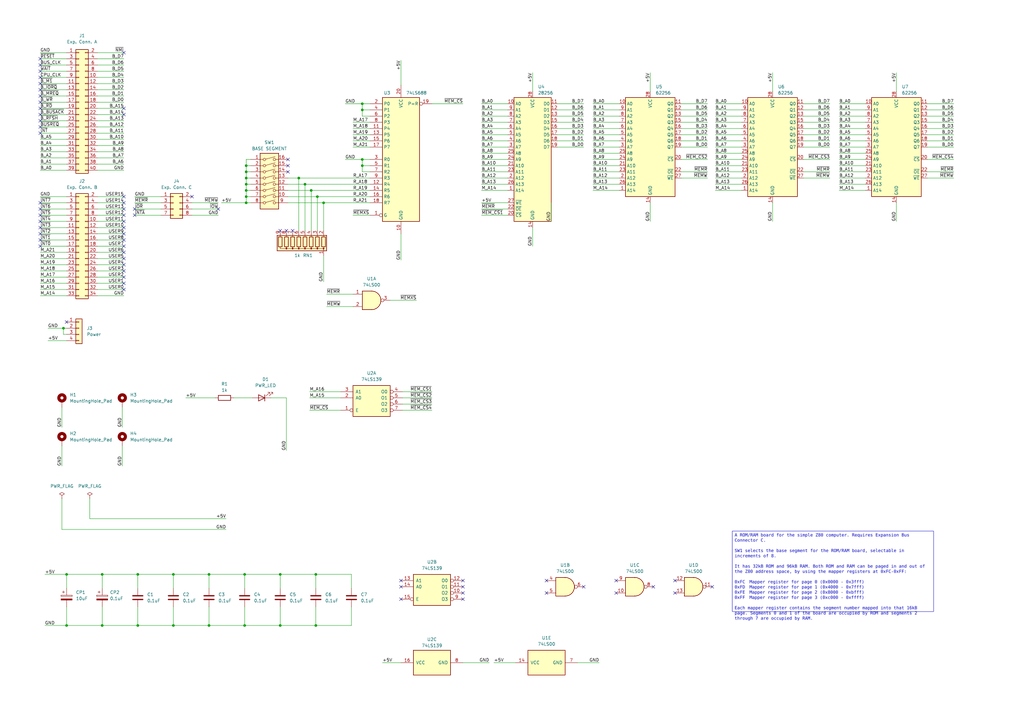
<source format=kicad_sch>
(kicad_sch (version 20230121) (generator eeschema)
  (paper "A3")
  (title_block (title "128kB ROM/RAM board v2") (date "2024-03-16") (rev "1.0") (comment 1 "Expansion Connector C required."))
  (junction (at 27.305 256.54))
  (junction (at 100.965 75.565))
  (junction (at 41.91 256.54))
  (junction (at 41.91 235.585))
  (junction (at 56.515 235.585))
  (junction (at 26.035 134.62))
  (junction (at 27.305 235.585))
  (junction (at 114.935 235.585))
  (junction (at 127.635 78.105))
  (junction (at 100.965 80.645))
  (junction (at 100.965 73.025))
  (junction (at 148.59 67.945))
  (junction (at 100.965 78.105))
  (junction (at 130.175 80.645))
  (junction (at 71.12 235.585))
  (junction (at 85.725 256.54))
  (junction (at 129.54 235.585))
  (junction (at 148.59 65.405))
  (junction (at 100.965 67.945))
  (junction (at 148.59 42.545))
  (junction (at 129.54 256.54))
  (junction (at 100.33 256.54))
  (junction (at 85.725 235.585))
  (junction (at 148.59 45.085))
  (junction (at 114.935 256.54))
  (junction (at 56.515 256.54))
  (junction (at 132.715 83.185))
  (junction (at 71.12 256.54))
  (junction (at 100.33 235.585))
  (junction (at 100.965 70.485))
  (junction (at 100.965 83.185))
  (junction (at 125.095 75.565))
  (junction (at 122.555 73.025))
  (no_connect (at 50.8 44.45))
  (no_connect (at 16.51 83.185))
  (no_connect (at 164.465 238.125))
  (no_connect (at 50.8 46.99))
  (no_connect (at 50.8 113.665))
  (no_connect (at 50.8 95.885))
  (no_connect (at 50.8 108.585))
  (no_connect (at 189.865 243.205))
  (no_connect (at 16.51 100.965))
  (no_connect (at 50.8 116.205))
  (no_connect (at 16.51 39.37))
  (no_connect (at 89.535 85.725))
  (no_connect (at 50.8 103.505))
  (no_connect (at 16.51 41.91))
  (no_connect (at 16.51 54.61))
  (no_connect (at 50.8 90.805))
  (no_connect (at 16.51 36.83))
  (no_connect (at 50.8 88.265))
  (no_connect (at 276.86 238.125))
  (no_connect (at 16.51 95.885))
  (no_connect (at 252.73 238.125))
  (no_connect (at 164.465 240.665))
  (no_connect (at 252.73 243.205))
  (no_connect (at 16.51 24.13))
  (no_connect (at 16.51 49.53))
  (no_connect (at 16.51 34.29))
  (no_connect (at 50.8 93.345))
  (no_connect (at 16.51 46.99))
  (no_connect (at 16.51 85.725))
  (no_connect (at 189.865 245.745))
  (no_connect (at 117.475 94.615))
  (no_connect (at 164.465 245.745))
  (no_connect (at 50.8 83.185))
  (no_connect (at 224.155 243.205))
  (no_connect (at 16.51 52.07))
  (no_connect (at 27.305 132.08))
  (no_connect (at 50.8 100.965))
  (no_connect (at 16.51 88.265))
  (no_connect (at 50.8 118.745))
  (no_connect (at 114.935 94.615))
  (no_connect (at 189.865 238.125))
  (no_connect (at 118.11 70.485))
  (no_connect (at 189.865 240.665))
  (no_connect (at 16.51 90.805))
  (no_connect (at 50.8 98.425))
  (no_connect (at 50.8 85.725))
  (no_connect (at 50.8 111.125))
  (no_connect (at 78.74 80.645))
  (no_connect (at 276.86 243.205))
  (no_connect (at 16.51 93.345))
  (no_connect (at 16.51 44.45))
  (no_connect (at 292.1 240.665))
  (no_connect (at 50.8 80.645))
  (no_connect (at 16.51 29.21))
  (no_connect (at 16.51 26.67))
  (no_connect (at 224.155 238.125))
  (no_connect (at 118.11 65.405))
  (no_connect (at 239.395 240.665))
  (no_connect (at 55.245 85.725))
  (no_connect (at 118.11 67.945))
  (no_connect (at 16.51 31.75))
  (no_connect (at 55.245 88.265))
  (no_connect (at 50.8 21.59))
  (no_connect (at 120.015 94.615))
  (no_connect (at 267.97 240.665))
  (no_connect (at 50.8 106.045))
  (no_connect (at 16.51 98.425))
  (wire (pts (xy 50.8 36.83) (xy 40.005 36.83)))
  (wire (pts (xy 197.485 65.405) (xy 208.28 65.405)))
  (wire (pts (xy 40.005 103.505) (xy 50.8 103.505)))
  (wire (pts (xy 243.205 65.405) (xy 254 65.405)))
  (wire (pts (xy 344.17 55.245) (xy 354.965 55.245)))
  (wire (pts (xy 25.4 204.47) (xy 25.4 217.17)))
  (wire (pts (xy 100.965 75.565) (xy 100.965 73.025)))
  (wire (pts (xy 329.565 73.025) (xy 340.36 73.025)))
  (wire (pts (xy 243.205 42.545) (xy 254 42.545)))
  (wire (pts (xy 125.095 75.565) (xy 151.765 75.565)))
  (wire (pts (xy 290.195 60.325) (xy 279.4 60.325)))
  (wire (pts (xy 16.51 113.665) (xy 27.305 113.665)))
  (wire (pts (xy 56.515 241.3) (xy 56.515 235.585)))
  (wire (pts (xy 16.51 36.83) (xy 27.305 36.83)))
  (wire (pts (xy 290.195 55.245) (xy 279.4 55.245)))
  (wire (pts (xy 16.51 46.99) (xy 27.305 46.99)))
  (wire (pts (xy 177.165 160.655) (xy 165.1 160.655)))
  (wire (pts (xy 40.005 90.805) (xy 50.8 90.805)))
  (wire (pts (xy 218.44 29.845) (xy 218.44 37.465)))
  (wire (pts (xy 239.395 55.245) (xy 228.6 55.245)))
  (wire (pts (xy 50.165 167.005) (xy 50.165 175.26)))
  (wire (pts (xy 197.485 52.705) (xy 208.28 52.705)))
  (wire (pts (xy 177.165 165.735) (xy 165.1 165.735)))
  (wire (pts (xy 340.36 45.085) (xy 329.565 45.085)))
  (wire (pts (xy 340.36 47.625) (xy 329.565 47.625)))
  (wire (pts (xy 56.515 256.54) (xy 41.91 256.54)))
  (wire (pts (xy 55.245 80.645) (xy 66.04 80.645)))
  (wire (pts (xy 148.59 70.485) (xy 148.59 67.945)))
  (wire (pts (xy 197.485 57.785) (xy 208.28 57.785)))
  (wire (pts (xy 279.4 70.485) (xy 290.195 70.485)))
  (wire (pts (xy 243.205 62.865) (xy 254 62.865)))
  (wire (pts (xy 16.51 85.725) (xy 27.305 85.725)))
  (wire (pts (xy 151.765 70.485) (xy 148.59 70.485)))
  (wire (pts (xy 226.06 90.805) (xy 226.06 83.185)))
  (wire (pts (xy 344.17 60.325) (xy 354.965 60.325)))
  (wire (pts (xy 144.78 125.73) (xy 133.985 125.73)))
  (wire (pts (xy 340.36 57.785) (xy 329.565 57.785)))
  (wire (pts (xy 78.74 85.725) (xy 89.535 85.725)))
  (wire (pts (xy 18.415 235.585) (xy 27.305 235.585)))
  (wire (pts (xy 50.8 41.91) (xy 40.005 41.91)))
  (wire (pts (xy 27.305 235.585) (xy 27.305 241.3)))
  (wire (pts (xy 239.395 47.625) (xy 228.6 47.625)))
  (wire (pts (xy 141.605 65.405) (xy 148.59 65.405)))
  (wire (pts (xy 148.59 42.545) (xy 148.59 45.085)))
  (wire (pts (xy 391.16 47.625) (xy 380.365 47.625)))
  (wire (pts (xy 197.485 47.625) (xy 208.28 47.625)))
  (wire (pts (xy 218.44 100.965) (xy 218.44 93.345)))
  (wire (pts (xy 391.16 52.705) (xy 380.365 52.705)))
  (wire (pts (xy 243.205 55.245) (xy 254 55.245)))
  (wire (pts (xy 40.005 106.045) (xy 50.8 106.045)))
  (wire (pts (xy 197.485 78.105) (xy 208.28 78.105)))
  (wire (pts (xy 290.195 47.625) (xy 279.4 47.625)))
  (wire (pts (xy 16.51 69.85) (xy 27.305 69.85)))
  (wire (pts (xy 197.485 88.265) (xy 208.28 88.265)))
  (wire (pts (xy 344.17 75.565) (xy 354.965 75.565)))
  (wire (pts (xy 50.8 121.285) (xy 40.005 121.285)))
  (wire (pts (xy 66.04 85.725) (xy 55.245 85.725)))
  (wire (pts (xy 85.725 241.3) (xy 85.725 235.585)))
  (wire (pts (xy 50.8 52.07) (xy 40.005 52.07)))
  (wire (pts (xy 127.635 78.105) (xy 151.765 78.105)))
  (wire (pts (xy 144.145 241.3) (xy 144.145 235.585)))
  (wire (pts (xy 114.935 256.54) (xy 100.33 256.54)))
  (wire (pts (xy 118.11 75.565) (xy 125.095 75.565)))
  (wire (pts (xy 114.935 235.585) (xy 100.33 235.585)))
  (wire (pts (xy 344.17 70.485) (xy 354.965 70.485)))
  (wire (pts (xy 100.965 73.025) (xy 102.87 73.025)))
  (wire (pts (xy 293.37 78.105) (xy 304.165 78.105)))
  (wire (pts (xy 164.465 24.765) (xy 164.465 34.925)))
  (wire (pts (xy 50.8 57.15) (xy 40.005 57.15)))
  (wire (pts (xy 25.4 182.88) (xy 25.4 191.135)))
  (wire (pts (xy 40.005 100.965) (xy 50.8 100.965)))
  (wire (pts (xy 239.395 52.705) (xy 228.6 52.705)))
  (wire (pts (xy 100.965 80.645) (xy 102.87 80.645)))
  (wire (pts (xy 16.51 41.91) (xy 27.305 41.91)))
  (wire (pts (xy 27.305 256.54) (xy 27.305 248.92)))
  (wire (pts (xy 100.965 70.485) (xy 102.87 70.485)))
  (wire (pts (xy 100.33 235.585) (xy 85.725 235.585)))
  (wire (pts (xy 78.74 83.185) (xy 89.535 83.185)))
  (wire (pts (xy 197.485 75.565) (xy 208.28 75.565)))
  (wire (pts (xy 50.8 62.23) (xy 40.005 62.23)))
  (wire (pts (xy 151.765 47.625) (xy 148.59 47.625)))
  (wire (pts (xy 144.78 57.785) (xy 151.765 57.785)))
  (wire (pts (xy 19.685 134.62) (xy 26.035 134.62)))
  (wire (pts (xy 40.005 88.265) (xy 50.8 88.265)))
  (wire (pts (xy 279.4 65.405) (xy 290.195 65.405)))
  (wire (pts (xy 50.8 54.61) (xy 40.005 54.61)))
  (wire (pts (xy 380.365 65.405) (xy 391.16 65.405)))
  (wire (pts (xy 293.37 62.865) (xy 304.165 62.865)))
  (wire (pts (xy 239.395 50.165) (xy 228.6 50.165)))
  (wire (pts (xy 344.17 57.785) (xy 354.965 57.785)))
  (wire (pts (xy 144.145 235.585) (xy 129.54 235.585)))
  (wire (pts (xy 16.51 54.61) (xy 27.305 54.61)))
  (wire (pts (xy 117.475 163.195) (xy 117.475 184.785)))
  (wire (pts (xy 100.33 241.3) (xy 100.33 235.585)))
  (wire (pts (xy 71.12 248.92) (xy 71.12 256.54)))
  (wire (pts (xy 279.4 73.025) (xy 290.195 73.025)))
  (wire (pts (xy 144.78 120.65) (xy 133.985 120.65)))
  (wire (pts (xy 100.965 83.185) (xy 100.965 80.645)))
  (wire (pts (xy 177.165 163.195) (xy 165.1 163.195)))
  (wire (pts (xy 380.365 73.025) (xy 391.16 73.025)))
  (wire (pts (xy 50.8 49.53) (xy 40.005 49.53)))
  (wire (pts (xy 50.8 116.205) (xy 40.005 116.205)))
  (wire (pts (xy 50.8 24.13) (xy 40.005 24.13)))
  (wire (pts (xy 76.2 163.195) (xy 88.265 163.195)))
  (wire (pts (xy 16.51 44.45) (xy 27.305 44.45)))
  (wire (pts (xy 367.665 29.845) (xy 367.665 37.465)))
  (wire (pts (xy 293.37 45.085) (xy 304.165 45.085)))
  (wire (pts (xy 266.7 90.805) (xy 266.7 83.185)))
  (wire (pts (xy 100.965 67.945) (xy 102.87 67.945)))
  (wire (pts (xy 50.8 34.29) (xy 40.005 34.29)))
  (wire (pts (xy 50.8 46.99) (xy 40.005 46.99)))
  (wire (pts (xy 25.4 217.17) (xy 92.71 217.17)))
  (wire (pts (xy 340.36 60.325) (xy 329.565 60.325)))
  (wire (pts (xy 177.165 168.275) (xy 165.1 168.275)))
  (wire (pts (xy 36.83 212.725) (xy 92.71 212.725)))
  (wire (pts (xy 141.605 42.545) (xy 148.59 42.545)))
  (wire (pts (xy 16.51 29.21) (xy 27.305 29.21)))
  (wire (pts (xy 100.965 75.565) (xy 102.87 75.565)))
  (wire (pts (xy 50.8 59.69) (xy 40.005 59.69)))
  (wire (pts (xy 40.005 83.185) (xy 50.8 83.185)))
  (wire (pts (xy 290.195 52.705) (xy 279.4 52.705)))
  (wire (pts (xy 114.935 241.3) (xy 114.935 235.585)))
  (wire (pts (xy 90.805 83.185) (xy 100.965 83.185)))
  (wire (pts (xy 16.51 49.53) (xy 27.305 49.53)))
  (wire (pts (xy 16.51 59.69) (xy 27.305 59.69)))
  (wire (pts (xy 164.465 95.885) (xy 164.465 106.68)))
  (wire (pts (xy 25.4 167.005) (xy 25.4 175.26)))
  (wire (pts (xy 16.51 39.37) (xy 27.305 39.37)))
  (wire (pts (xy 16.51 26.67) (xy 27.305 26.67)))
  (wire (pts (xy 118.11 73.025) (xy 122.555 73.025)))
  (wire (pts (xy 340.36 50.165) (xy 329.565 50.165)))
  (wire (pts (xy 197.485 83.185) (xy 208.28 83.185)))
  (wire (pts (xy 239.395 60.325) (xy 228.6 60.325)))
  (wire (pts (xy 391.16 60.325) (xy 380.365 60.325)))
  (wire (pts (xy 129.54 256.54) (xy 114.935 256.54)))
  (wire (pts (xy 243.205 60.325) (xy 254 60.325)))
  (wire (pts (xy 95.885 163.195) (xy 103.505 163.195)))
  (wire (pts (xy 16.51 118.745) (xy 27.305 118.745)))
  (wire (pts (xy 40.005 98.425) (xy 50.8 98.425)))
  (wire (pts (xy 16.51 121.285) (xy 27.305 121.285)))
  (wire (pts (xy 127.635 94.615) (xy 127.635 78.105)))
  (wire (pts (xy 189.865 271.78) (xy 200.66 271.78)))
  (wire (pts (xy 66.04 83.185) (xy 55.245 83.185)))
  (wire (pts (xy 243.205 73.025) (xy 254 73.025)))
  (wire (pts (xy 18.415 256.54) (xy 27.305 256.54)))
  (wire (pts (xy 16.51 31.75) (xy 27.305 31.75)))
  (wire (pts (xy 50.8 67.31) (xy 40.005 67.31)))
  (wire (pts (xy 16.51 108.585) (xy 27.305 108.585)))
  (wire (pts (xy 71.12 235.585) (xy 56.515 235.585)))
  (wire (pts (xy 243.205 78.105) (xy 254 78.105)))
  (wire (pts (xy 100.965 83.185) (xy 102.87 83.185)))
  (wire (pts (xy 89.535 88.265) (xy 78.74 88.265)))
  (wire (pts (xy 41.91 235.585) (xy 41.91 241.3)))
  (wire (pts (xy 85.725 235.585) (xy 71.12 235.585)))
  (wire (pts (xy 344.17 42.545) (xy 354.965 42.545)))
  (wire (pts (xy 26.035 137.16) (xy 26.035 134.62)))
  (wire (pts (xy 40.005 108.585) (xy 50.8 108.585)))
  (wire (pts (xy 148.59 65.405) (xy 151.765 65.405)))
  (wire (pts (xy 151.765 88.265) (xy 144.78 88.265)))
  (wire (pts (xy 16.51 93.345) (xy 27.305 93.345)))
  (wire (pts (xy 16.51 116.205) (xy 27.305 116.205)))
  (wire (pts (xy 132.715 83.185) (xy 151.765 83.185)))
  (wire (pts (xy 27.305 137.16) (xy 26.035 137.16)))
  (wire (pts (xy 16.51 52.07) (xy 27.305 52.07)))
  (wire (pts (xy 293.37 65.405) (xy 304.165 65.405)))
  (wire (pts (xy 19.685 139.7) (xy 27.305 139.7)))
  (wire (pts (xy 151.765 45.085) (xy 148.59 45.085)))
  (wire (pts (xy 340.36 55.245) (xy 329.565 55.245)))
  (wire (pts (xy 197.485 50.165) (xy 208.28 50.165)))
  (wire (pts (xy 202.565 271.78) (xy 211.455 271.78)))
  (wire (pts (xy 243.205 52.705) (xy 254 52.705)))
  (wire (pts (xy 139.7 168.275) (xy 127 168.275)))
  (wire (pts (xy 50.8 64.77) (xy 40.005 64.77)))
  (wire (pts (xy 344.17 50.165) (xy 354.965 50.165)))
  (wire (pts (xy 100.965 78.105) (xy 100.965 75.565)))
  (wire (pts (xy 391.16 50.165) (xy 380.365 50.165)))
  (wire (pts (xy 16.51 57.15) (xy 27.305 57.15)))
  (wire (pts (xy 239.395 45.085) (xy 228.6 45.085)))
  (wire (pts (xy 132.715 104.775) (xy 132.715 115.57)))
  (wire (pts (xy 50.8 113.665) (xy 40.005 113.665)))
  (wire (pts (xy 293.37 50.165) (xy 304.165 50.165)))
  (wire (pts (xy 151.765 67.945) (xy 148.59 67.945)))
  (wire (pts (xy 100.965 73.025) (xy 100.965 70.485)))
  (wire (pts (xy 293.37 73.025) (xy 304.165 73.025)))
  (wire (pts (xy 367.665 90.805) (xy 367.665 83.185)))
  (wire (pts (xy 290.195 50.165) (xy 279.4 50.165)))
  (wire (pts (xy 266.7 29.845) (xy 266.7 37.465)))
  (wire (pts (xy 118.11 78.105) (xy 127.635 78.105)))
  (wire (pts (xy 55.245 88.265) (xy 66.04 88.265)))
  (wire (pts (xy 130.175 80.645) (xy 151.765 80.645)))
  (wire (pts (xy 16.51 64.77) (xy 27.305 64.77)))
  (wire (pts (xy 344.17 67.945) (xy 354.965 67.945)))
  (wire (pts (xy 316.865 90.805) (xy 316.865 83.185)))
  (wire (pts (xy 344.17 45.085) (xy 354.965 45.085)))
  (wire (pts (xy 129.54 248.92) (xy 129.54 256.54)))
  (wire (pts (xy 243.205 70.485) (xy 254 70.485)))
  (wire (pts (xy 16.51 80.645) (xy 27.305 80.645)))
  (wire (pts (xy 243.205 47.625) (xy 254 47.625)))
  (wire (pts (xy 100.33 256.54) (xy 85.725 256.54)))
  (wire (pts (xy 391.16 57.785) (xy 380.365 57.785)))
  (wire (pts (xy 50.8 31.75) (xy 40.005 31.75)))
  (wire (pts (xy 344.17 65.405) (xy 354.965 65.405)))
  (wire (pts (xy 243.205 45.085) (xy 254 45.085)))
  (wire (pts (xy 50.8 69.85) (xy 40.005 69.85)))
  (wire (pts (xy 148.59 47.625) (xy 148.59 45.085)))
  (wire (pts (xy 27.305 235.585) (xy 41.91 235.585)))
  (wire (pts (xy 316.865 29.845) (xy 316.865 37.465)))
  (wire (pts (xy 16.51 98.425) (xy 27.305 98.425)))
  (wire (pts (xy 293.37 67.945) (xy 304.165 67.945)))
  (wire (pts (xy 16.51 88.265) (xy 27.305 88.265)))
  (wire (pts (xy 290.195 57.785) (xy 279.4 57.785)))
  (wire (pts (xy 100.965 78.105) (xy 102.87 78.105)))
  (wire (pts (xy 71.12 241.3) (xy 71.12 235.585)))
  (wire (pts (xy 50.165 182.88) (xy 50.165 191.135)))
  (wire (pts (xy 148.59 42.545) (xy 151.765 42.545)))
  (wire (pts (xy 243.205 57.785) (xy 254 57.785)))
  (wire (pts (xy 16.51 106.045) (xy 27.305 106.045)))
  (wire (pts (xy 197.485 42.545) (xy 208.28 42.545)))
  (wire (pts (xy 129.54 241.3) (xy 129.54 235.585)))
  (wire (pts (xy 85.725 248.92) (xy 85.725 256.54)))
  (wire (pts (xy 344.17 78.105) (xy 354.965 78.105)))
  (wire (pts (xy 125.095 94.615) (xy 125.095 75.565)))
  (wire (pts (xy 239.395 57.785) (xy 228.6 57.785)))
  (wire (pts (xy 16.51 95.885) (xy 27.305 95.885)))
  (wire (pts (xy 293.37 52.705) (xy 304.165 52.705)))
  (wire (pts (xy 197.485 45.085) (xy 208.28 45.085)))
  (wire (pts (xy 16.51 67.31) (xy 27.305 67.31)))
  (wire (pts (xy 50.8 44.45) (xy 40.005 44.45)))
  (wire (pts (xy 144.78 50.165) (xy 151.765 50.165)))
  (wire (pts (xy 245.745 271.78) (xy 236.855 271.78)))
  (wire (pts (xy 197.485 67.945) (xy 208.28 67.945)))
  (wire (pts (xy 100.33 248.92) (xy 100.33 256.54)))
  (wire (pts (xy 16.51 21.59) (xy 27.305 21.59)))
  (wire (pts (xy 114.935 248.92) (xy 114.935 256.54)))
  (wire (pts (xy 50.8 21.59) (xy 40.005 21.59)))
  (wire (pts (xy 16.51 111.125) (xy 27.305 111.125)))
  (wire (pts (xy 16.51 103.505) (xy 27.305 103.505)))
  (wire (pts (xy 380.365 70.485) (xy 391.16 70.485)))
  (wire (pts (xy 160.02 123.19) (xy 170.815 123.19)))
  (wire (pts (xy 127 160.655) (xy 139.7 160.655)))
  (wire (pts (xy 40.005 93.345) (xy 50.8 93.345)))
  (wire (pts (xy 144.145 248.92) (xy 144.145 256.54)))
  (wire (pts (xy 144.78 52.705) (xy 151.765 52.705)))
  (wire (pts (xy 100.965 70.485) (xy 100.965 67.945)))
  (wire (pts (xy 100.965 80.645) (xy 100.965 78.105)))
  (wire (pts (xy 243.205 67.945) (xy 254 67.945)))
  (wire (pts (xy 208.28 85.725) (xy 197.485 85.725)))
  (wire (pts (xy 177.165 42.545) (xy 189.865 42.545)))
  (wire (pts (xy 50.8 111.125) (xy 40.005 111.125)))
  (wire (pts (xy 130.175 94.615) (xy 130.175 80.645)))
  (wire (pts (xy 132.715 94.615) (xy 132.715 83.185)))
  (wire (pts (xy 197.485 70.485) (xy 208.28 70.485)))
  (wire (pts (xy 391.16 42.545) (xy 380.365 42.545)))
  (wire (pts (xy 50.8 29.21) (xy 40.005 29.21)))
  (wire (pts (xy 50.8 118.745) (xy 40.005 118.745)))
  (wire (pts (xy 100.965 65.405) (xy 102.87 65.405)))
  (wire (pts (xy 243.205 50.165) (xy 254 50.165)))
  (wire (pts (xy 16.51 24.13) (xy 27.305 24.13)))
  (wire (pts (xy 118.11 80.645) (xy 130.175 80.645)))
  (wire (pts (xy 127 163.195) (xy 139.7 163.195)))
  (wire (pts (xy 293.37 55.245) (xy 304.165 55.245)))
  (wire (pts (xy 41.91 256.54) (xy 41.91 248.92)))
  (wire (pts (xy 16.51 83.185) (xy 27.305 83.185)))
  (wire (pts (xy 293.37 47.625) (xy 304.165 47.625)))
  (wire (pts (xy 391.16 55.245) (xy 380.365 55.245)))
  (wire (pts (xy 27.305 256.54) (xy 41.91 256.54)))
  (wire (pts (xy 197.485 62.865) (xy 208.28 62.865)))
  (wire (pts (xy 122.555 94.615) (xy 122.555 73.025)))
  (wire (pts (xy 293.37 42.545) (xy 304.165 42.545)))
  (wire (pts (xy 40.005 80.645) (xy 50.8 80.645)))
  (wire (pts (xy 122.555 73.025) (xy 151.765 73.025)))
  (wire (pts (xy 40.005 85.725) (xy 50.8 85.725)))
  (wire (pts (xy 56.515 248.92) (xy 56.515 256.54)))
  (wire (pts (xy 144.78 55.245) (xy 151.765 55.245)))
  (wire (pts (xy 293.37 75.565) (xy 304.165 75.565)))
  (wire (pts (xy 118.11 83.185) (xy 132.715 83.185)))
  (wire (pts (xy 329.565 70.485) (xy 340.36 70.485)))
  (wire (pts (xy 293.37 60.325) (xy 304.165 60.325)))
  (wire (pts (xy 56.515 235.585) (xy 41.91 235.585)))
  (wire (pts (xy 16.51 90.805) (xy 27.305 90.805)))
  (wire (pts (xy 290.195 45.085) (xy 279.4 45.085)))
  (wire (pts (xy 197.485 73.025) (xy 208.28 73.025)))
  (wire (pts (xy 16.51 100.965) (xy 27.305 100.965)))
  (wire (pts (xy 71.12 256.54) (xy 56.515 256.54)))
  (wire (pts (xy 156.845 271.78) (xy 164.465 271.78)))
  (wire (pts (xy 329.565 65.405) (xy 340.36 65.405)))
  (wire (pts (xy 344.17 62.865) (xy 354.965 62.865)))
  (wire (pts (xy 293.37 70.485) (xy 304.165 70.485)))
  (wire (pts (xy 40.005 95.885) (xy 50.8 95.885)))
  (wire (pts (xy 344.17 52.705) (xy 354.965 52.705)))
  (wire (pts (xy 197.485 55.245) (xy 208.28 55.245)))
  (wire (pts (xy 100.965 67.945) (xy 100.965 65.405)))
  (wire (pts (xy 344.17 73.025) (xy 354.965 73.025)))
  (wire (pts (xy 340.36 52.705) (xy 329.565 52.705)))
  (wire (pts (xy 85.725 256.54) (xy 71.12 256.54)))
  (wire (pts (xy 148.59 65.405) (xy 148.59 67.945)))
  (wire (pts (xy 239.395 42.545) (xy 228.6 42.545)))
  (wire (pts (xy 344.17 47.625) (xy 354.965 47.625)))
  (wire (pts (xy 50.8 26.67) (xy 40.005 26.67)))
  (wire (pts (xy 243.205 75.565) (xy 254 75.565)))
  (wire (pts (xy 293.37 57.785) (xy 304.165 57.785)))
  (wire (pts (xy 340.36 42.545) (xy 329.565 42.545)))
  (wire (pts (xy 50.8 39.37) (xy 40.005 39.37)))
  (wire (pts (xy 26.035 134.62) (xy 27.305 134.62)))
  (wire (pts (xy 290.195 42.545) (xy 279.4 42.545)))
  (wire (pts (xy 144.78 60.325) (xy 151.765 60.325)))
  (wire (pts (xy 197.485 60.325) (xy 208.28 60.325)))
  (wire (pts (xy 16.51 62.23) (xy 27.305 62.23)))
  (wire (pts (xy 36.83 204.47) (xy 36.83 212.725)))
  (wire (pts (xy 144.145 256.54) (xy 129.54 256.54)))
  (wire (pts (xy 117.475 163.195) (xy 111.125 163.195)))
  (wire (pts (xy 391.16 45.085) (xy 380.365 45.085)))
  (wire (pts (xy 16.51 34.29) (xy 27.305 34.29)))
  (wire (pts (xy 129.54 235.585) (xy 114.935 235.585)))
  (text_box "A ROM/RAM board for the simple Z80 computer. Requires Expansion Bus Connector C.\n\nSW1 selects the base segment for the ROM/RAM board, selectable in increments of 8. \n\nIt has 32kB ROM and 96kB RAM. Both ROM and RAM can be paged in and out of the Z80 address space, by using the mapper registers at 0xFC-0xFF:\n\n0xFC	Mapper register for page 0 (0x0000 - 0x3fff)\n0xFD	Mapper register for page 1 (0x4000 - 0x7fff)\n0xFE	Mapper register for page 2 (0x8000 - 0xbfff)\n0xFF	Mapper register for page 3 (0xc000 - 0xffff)\n\nEach mapper register contains the segment number mapped into that 16kB page. Segments 0 and 1 of the board are occupied by ROM and segments 2 through 7 are occupied by RAM.\n\n" (at 300.355 217.805 0) (size 82.55 33.02) (effects (font (size 1.27 1.27)) (justify left top)))
  (label "B_A8" (at 197.485 62.865 0))
  (label "GND" (at 50.165 175.26 90))
  (label "+5V" (at 164.465 24.765 270))
  (label "M_A19" (at 144.78 55.245 0))
  (label "R_A19" (at 144.78 78.105 0))
  (label "B_A0" (at 197.485 42.545 0))
  (label "+5V" (at 367.665 29.845 270))
  (label "USER4" (at 50.8 108.585 180))
  (label "M_A14" (at 243.205 78.105 0))
  (label "~{RESET}" (at 16.51 24.13 0))
  (label "B_A5" (at 293.37 55.245 0))
  (label "GND" (at 25.4 191.135 90))
  (label "B_A13" (at 293.37 75.565 0))
  (label "B_A7" (at 293.37 60.325 0))
  (label "USER9" (at 50.8 95.885 180))
  (label "B_A1" (at 344.17 45.085 0))
  (label "B_A5" (at 243.205 55.245 0))
  (label "GND" (at 55.245 80.645 0))
  (label "~{INT}" (at 16.51 54.61 0))
  (label "B_A10" (at 293.37 67.945 0))
  (label "GND" (at 218.44 100.965 90))
  (label "B_D5" (at 290.195 47.625 180))
  (label "B_A12" (at 243.205 73.025 0))
  (label "B_A1" (at 16.51 67.31 0))
  (label "GND" (at 50.165 191.135 90))
  (label "B_A9" (at 50.8 59.69 180))
  (label "B_D4" (at 50.8 31.75 180))
  (label "B_A12" (at 197.485 73.025 0))
  (label "B_D1" (at 239.395 57.785 180))
  (label "B_D5" (at 391.16 47.625 180))
  (label "GND" (at 16.51 21.59 0))
  (label "~{MEM_CS2}" (at 177.165 163.195 180))
  (label "B_A1" (at 197.485 45.085 0))
  (label "B_A9" (at 197.485 65.405 0))
  (label "B_A3" (at 293.37 50.165 0))
  (label "~{MEM_CS}" (at 127 168.275 0))
  (label "~{IOR}" (at 55.245 85.725 0))
  (label "B_A8" (at 50.8 62.23 180))
  (label "~{MEM_CS3}" (at 177.165 165.735 180))
  (label "R_A20" (at 144.78 80.645 0))
  (label "B_A5" (at 16.51 57.15 0))
  (label "B_A5" (at 197.485 55.245 0))
  (label "B_A7" (at 197.485 60.325 0))
  (label "B_A4" (at 197.485 52.705 0))
  (label "B_A2" (at 243.205 47.625 0))
  (label "B_A4" (at 16.51 59.69 0))
  (label "M_A15" (at 127 163.195 0))
  (label "~{MEMW}" (at 340.36 73.025 180))
  (label "GND" (at 367.665 90.805 90))
  (label "+5V" (at 218.44 29.845 270))
  (label "GND" (at 132.715 115.57 90))
  (label "~{INT1}" (at 16.51 98.425 0))
  (label "~{MEMR}" (at 197.485 85.725 0))
  (label "BUS_CLK" (at 16.51 26.67 0))
  (label "~{MEMXS}" (at 170.815 123.19 180))
  (label "~{INT0}" (at 16.51 100.965 0))
  (label "~{B_M1}" (at 16.51 34.29 0))
  (label "GND" (at 16.51 80.645 0))
  (label "B_A6" (at 50.8 67.31 180))
  (label "B_A11" (at 243.205 70.485 0))
  (label "USER10" (at 50.8 93.345 180))
  (label "R_A17" (at 144.78 73.025 0))
  (label "B_A3" (at 16.51 62.23 0))
  (label "B_D5" (at 50.8 29.21 180))
  (label "B_D3" (at 50.8 34.29 180))
  (label "B_D4" (at 340.36 50.165 180))
  (label "+5V" (at 92.71 212.725 180))
  (label "B_A5" (at 344.17 55.245 0))
  (label "~{B_RFSH}" (at 16.51 49.53 0))
  (label "USER13" (at 50.8 85.725 180))
  (label "USER2" (at 50.8 113.665 180))
  (label "USER5" (at 50.8 106.045 180))
  (label "B_A7" (at 50.8 64.77 180))
  (label "~{MEM_CS}" (at 189.865 42.545 180))
  (label "B_D7" (at 290.195 42.545 180))
  (label "B_A4" (at 344.17 52.705 0))
  (label "CPU_CLK" (at 16.51 31.75 0))
  (label "B_A3" (at 243.205 50.165 0))
  (label "GND" (at 25.4 175.26 90))
  (label "B_A2" (at 344.17 47.625 0))
  (label "B_D6" (at 50.8 26.67 180))
  (label "B_D2" (at 340.36 55.245 180))
  (label "USER14" (at 50.8 83.185 180))
  (label "B_A11" (at 293.37 70.485 0))
  (label "B_A8" (at 344.17 62.865 0))
  (label "B_A13" (at 243.205 75.565 0))
  (label "GND" (at 92.71 217.17 180))
  (label "M_A14" (at 344.17 78.105 0))
  (label "B_D2" (at 239.395 55.245 180))
  (label "M_A19" (at 16.51 108.585 0))
  (label "USER8" (at 50.8 98.425 180))
  (label "B_D5" (at 239.395 47.625 180))
  (label "~{NMI}" (at 50.8 21.59 180))
  (label "B_A1" (at 293.37 45.085 0))
  (label "B_D7" (at 391.16 42.545 180))
  (label "B_D0" (at 340.36 60.325 180))
  (label "~{WAIT}" (at 16.51 29.21 0))
  (label "M_A14" (at 16.51 121.285 0))
  (label "B_A11" (at 50.8 54.61 180))
  (label "B_D7" (at 50.8 24.13 180))
  (label "B_A3" (at 344.17 50.165 0))
  (label "M_A16" (at 127 160.655 0))
  (label "~{MEMR}" (at 391.16 70.485 180))
  (label "~{MEM_CS1}" (at 177.165 160.655 180))
  (label "M_A18" (at 144.78 52.705 0))
  (label "+5V" (at 197.485 83.185 0))
  (label "B_D7" (at 340.36 42.545 180))
  (label "B_A13" (at 50.8 49.53 180))
  (label "+5V" (at 316.865 29.845 270))
  (label "USER3" (at 50.8 111.125 180))
  (label "B_A11" (at 197.485 70.485 0))
  (label "B_A11" (at 344.17 70.485 0))
  (label "GND" (at 266.7 90.805 90))
  (label "B_A2" (at 293.37 47.625 0))
  (label "B_D2" (at 391.16 55.245 180))
  (label "B_A6" (at 344.17 57.785 0))
  (label "GND" (at 19.685 134.62 0))
  (label "M_A18" (at 16.51 111.125 0))
  (label "B_A7" (at 243.205 60.325 0))
  (label "B_D5" (at 340.36 47.625 180))
  (label "~{B_BUSACK}" (at 16.51 46.99 0))
  (label "M_A14" (at 293.37 78.105 0))
  (label "B_D3" (at 290.195 52.705 180))
  (label "GND" (at 200.66 271.78 180))
  (label "M_A17" (at 144.78 50.165 0))
  (label "B_A10" (at 50.8 57.15 180))
  (label "~{MEMW}" (at 391.16 73.025 180))
  (label "~{B_MREQ}" (at 16.51 39.37 0))
  (label "B_A10" (at 197.485 67.945 0))
  (label "B_D3" (at 239.395 52.705 180))
  (label "USER11" (at 50.8 90.805 180))
  (label "B_D3" (at 391.16 52.705 180))
  (label "M_A14" (at 197.485 78.105 0))
  (label "B_A13" (at 197.485 75.565 0))
  (label "~{INTA}" (at 55.245 88.265 0))
  (label "B_A10" (at 243.205 67.945 0))
  (label "~{MEM_CS4}" (at 177.165 168.275 180))
  (label "B_A4" (at 293.37 52.705 0))
  (label "B_D4" (at 290.195 50.165 180))
  (label "B_A6" (at 243.205 57.785 0))
  (label "USER0" (at 50.8 118.745 180))
  (label "GND" (at 18.415 256.54 0))
  (label "~{INT5}" (at 16.51 88.265 0))
  (label "~{MEMR}" (at 340.36 70.485 180))
  (label "B_D0" (at 391.16 60.325 180))
  (label "GND" (at 226.06 90.805 90))
  (label "B_A13" (at 344.17 75.565 0))
  (label "B_A6" (at 197.485 57.785 0))
  (label "B_A6" (at 293.37 57.785 0))
  (label "GND" (at 316.865 90.805 90))
  (label "B_D4" (at 239.395 50.165 180))
  (label "B_D2" (at 290.195 55.245 180))
  (label "B_D0" (at 50.8 41.91 180))
  (label "B_D1" (at 391.16 57.785 180))
  (label "GND" (at 141.605 65.405 0))
  (label "USER7" (at 50.8 100.965 180))
  (label "~{IOW}" (at 89.535 85.725 180))
  (label "B_D6" (at 391.16 45.085 180))
  (label "~{MEMW}" (at 290.195 73.025 180))
  (label "GND" (at 164.465 106.68 90))
  (label "USER1" (at 50.8 116.205 180))
  (label "B_A0" (at 344.17 42.545 0))
  (label "B_A1" (at 243.205 45.085 0))
  (label "B_A0" (at 293.37 42.545 0))
  (label "+5V" (at 202.565 271.78 0))
  (label "M_A21" (at 16.51 103.505 0))
  (label "~{B_WR}" (at 16.51 41.91 0))
  (label "B_D1" (at 340.36 57.785 180))
  (label "B_A10" (at 344.17 67.945 0))
  (label "B_D0" (at 239.395 60.325 180))
  (label "GND" (at 50.8 69.85 180))
  (label "B_A9" (at 243.205 65.405 0))
  (label "B_D2" (at 50.8 36.83 180))
  (label "B_A12" (at 344.17 73.025 0))
  (label "~{MEMR}" (at 290.195 70.485 180))
  (label "~{INT6}" (at 16.51 85.725 0))
  (label "M_A20" (at 144.78 57.785 0))
  (label "B_A7" (at 344.17 60.325 0))
  (label "~{INT2}" (at 16.51 95.885 0))
  (label "B_D4" (at 391.16 50.165 180))
  (label "+5V" (at 266.7 29.845 270))
  (label "B_D0" (at 290.195 60.325 180))
  (label "B_A9" (at 293.37 65.405 0))
  (label "B_A2" (at 16.51 64.77 0))
  (label "GND" (at 117.475 184.785 90))
  (label "B_D6" (at 239.395 45.085 180))
  (label "B_A2" (at 197.485 47.625 0))
  (label "USER15" (at 50.8 80.645 180))
  (label "B_D7" (at 239.395 42.545 180))
  (label "GND" (at 245.745 271.78 180))
  (label "M_A17" (at 16.51 113.665 0))
  (label "B_A0" (at 16.51 69.85 0))
  (label "B_A12" (at 50.8 52.07 180))
  (label "B_A0" (at 243.205 42.545 0))
  (label "~{MEMW}" (at 133.985 125.73 0))
  (label "M_A21" (at 144.78 60.325 0))
  (label "B_A8" (at 293.37 62.865 0))
  (label "~{MEMW}" (at 89.535 83.185 180))
  (label "~{MEMXS}" (at 144.78 88.265 0))
  (label "B_D6" (at 290.195 45.085 180))
  (label "GND" (at 141.605 42.545 0))
  (label "~{B_IORQ}" (at 16.51 36.83 0))
  (label "M_A15" (at 16.51 118.745 0))
  (label "+5V" (at 19.685 139.7 0))
  (label "USER6" (at 50.8 103.505 180))
  (label "~{MEM_CS1}" (at 197.485 88.265 0))
  (label "B_D3" (at 340.36 52.705 180))
  (label "B_A14" (at 50.8 46.99 180))
  (label "USER12" (at 50.8 88.265 180))
  (label "~{MEMR}" (at 55.245 83.185 0))
  (label "~{MEMR}" (at 133.985 120.65 0))
  (label "+5V" (at 18.415 235.585 0))
  (label "M_A20" (at 16.51 106.045 0))
  (label "B_A4" (at 243.205 52.705 0))
  (label "~{B_RD}" (at 16.51 44.45 0))
  (label "B_A3" (at 197.485 50.165 0))
  (label "R_A18" (at 144.78 75.565 0))
  (label "~{MEM_CS4}" (at 391.16 65.405 180))
  (label "+5V" (at 76.2 163.195 0))
  (label "~{BUSREQ}" (at 16.51 52.07 0))
  (label "~{MEM_CS3}" (at 340.36 65.405 180))
  (label "~{INT4}" (at 16.51 90.805 0))
  (label "~{INT7}" (at 16.51 83.185 0))
  (label "M_A16" (at 16.51 116.205 0))
  (label "~{MEM_CS2}" (at 290.195 65.405 180))
  (label "GND" (at 50.8 121.285 180))
  (label "B_A9" (at 344.17 65.405 0))
  (label "+5V" (at 90.805 83.185 0))
  (label "B_D1" (at 50.8 39.37 180))
  (label "B_D6" (at 340.36 45.085 180))
  (label "GND" (at 89.535 88.265 180))
  (label "R_A21" (at 144.78 83.185 0))
  (label "B_D1" (at 290.195 57.785 180))
  (label "B_A15" (at 50.8 44.45 180))
  (label "+5V" (at 156.845 271.78 0))
  (label "B_A12" (at 293.37 73.025 0))
  (label "B_A8" (at 243.205 62.865 0))
  (label "~{INT3}" (at 16.51 93.345 0))
  (symbol (lib_id "power:PWR_FLAG") (at 36.83 204.47 0) (unit 1)
    (property "Reference" "#FLG02" (effects hide))
    (property "Value" "PWR_FLAG" (at 36.83 199.39 0))
  )
  (symbol (lib_id "Memory_EEPROM:28C256") (at 218.44 65.405 0) (unit 1)
    (property "Reference" "U4" (at 220.6341 35.56 0) (effects (justify left)))
    (property "Value" "28256" (at 220.6341 38.1 0) (effects (justify left)))
    (property "Footprint" "Package_DIP:DIP-28_W15.24mm_Socket" (effects hide))
    (property "Datasheet" "http://ww1.microchip.com/downloads/en/DeviceDoc/doc0006.pdf" (effects hide))
  )
  (symbol (lib_id "74xx:74LS139") (at 152.4 163.195 0) (unit 1)
    (property "Reference" "U2" (at 152.4 153.035 0))
    (property "Value" "74LS139" (at 152.4 155.575 0))
    (property "Footprint" "Package_DIP:DIP-16_W7.62mm_Socket" (effects hide))
    (property "Datasheet" "http://www.ti.com/lit/ds/symlink/sn74ls139a.pdf" (effects hide))
  )
  (symbol (lib_id "74xx:74LS00") (at 284.48 240.665 0) (unit 4)
    (property "Reference" "U1" (at 284.4717 231.775 0))
    (property "Value" "74LS00" (at 284.4717 234.315 0))
    (property "Footprint" "Package_DIP:DIP-14_W7.62mm_Socket" (effects hide))
    (property "Datasheet" "http://www.ti.com/lit/gpn/sn74ls00" (effects hide))
  )
  (symbol (lib_id "Mechanical:MountingHole_Pad") (at 50.165 180.34 0) (unit 1)
    (property "Reference" "H4" (at 53.34 177.7999 0) (effects (justify left)))
    (property "Value" "MountingHole_Pad" (at 53.34 180.3399 0) (effects (justify left)))
    (property "Footprint" "MountingHole:MountingHole_3.2mm_M3_ISO7380_Pad" (effects hide))
  )
  (symbol (lib_id "Device:C") (at 114.935 245.11 0) (unit 1)
    (property "Reference" "C5" (at 118.745 243.84 0) (effects (justify left)))
    (property "Value" "0.1uF" (at 118.745 246.38 0) (effects (justify left)))
    (property "Footprint" "Capacitor_THT:C_Disc_D5.0mm_W2.5mm_P2.50mm" (effects hide))
  )
  (symbol (lib_id "Device:C") (at 144.145 245.11 0) (unit 1)
    (property "Reference" "C7" (at 147.955 243.84 0) (effects (justify left)))
    (property "Value" "0.1uF" (at 147.955 246.38 0) (effects (justify left)))
    (property "Footprint" "Capacitor_THT:C_Disc_D5.0mm_W2.5mm_P2.50mm" (effects hide))
  )
  (symbol (lib_id "Memory_RAM:HM62256BLP") (at 367.665 60.325 0) (unit 1)
    (property "Reference" "U7" (at 369.8591 35.56 0) (effects (justify left)))
    (property "Value" "62256" (at 369.8591 38.1 0) (effects (justify left)))
    (property "Footprint" "Package_DIP:DIP-28_W15.24mm_Socket" (effects hide))
    (property "Datasheet" "https://web.mit.edu/6.115/www/document/62256.pdf" (effects hide))
  )
  (symbol (lib_id "Device:LED") (at 107.315 163.195 180) (unit 1)
    (property "Reference" "D1" (at 108.9025 155.575 0))
    (property "Value" "PWR_LED" (at 108.9025 158.115 0))
    (property "Footprint" "LED_THT:LED_D3.0mm" (effects hide))
  )
  (symbol (lib_id "Device:R") (at 92.075 163.195 90) (unit 1)
    (property "Reference" "R1" (at 92.075 157.48 90))
    (property "Value" "1k" (at 92.075 160.02 90))
    (property "Footprint" "Resistor_THT:R_Axial_DIN0204_L3.6mm_D1.6mm_P7.62mm_Horizontal" (effects hide))
  )
  (symbol (lib_id "74xx:74LS00") (at 231.775 240.665 0) (unit 2)
    (property "Reference" "U1" (at 231.7667 231.775 0))
    (property "Value" "74LS00" (at 231.7667 234.315 0))
    (property "Footprint" "Package_DIP:DIP-14_W7.62mm_Socket" (effects hide))
    (property "Datasheet" "http://www.ti.com/lit/gpn/sn74ls00" (effects hide))
  )
  (symbol (lib_id "Connector_Generic:Conn_01x04") (at 32.385 134.62 0) (unit 1)
    (property "Reference" "J3" (at 35.56 134.62 0) (effects (justify left)))
    (property "Value" "Power" (at 35.56 137.16 0) (effects (justify left)))
    (property "Footprint" "footprints:TE_171826-4" (effects hide))
  )
  (symbol (lib_id "Device:C") (at 56.515 245.11 0) (unit 1)
    (property "Reference" "C1" (at 60.325 243.84 0) (effects (justify left)))
    (property "Value" "0.1uF" (at 60.325 246.38 0) (effects (justify left)))
    (property "Footprint" "Capacitor_THT:C_Disc_D5.0mm_W2.5mm_P2.50mm" (effects hide))
  )
  (symbol (lib_id "Device:C") (at 85.725 245.11 0) (unit 1)
    (property "Reference" "C3" (at 89.535 243.84 0) (effects (justify left)))
    (property "Value" "0.1uF" (at 89.535 246.38 0) (effects (justify left)))
    (property "Footprint" "Capacitor_THT:C_Disc_D5.0mm_W2.5mm_P2.50mm" (effects hide))
  )
  (symbol (lib_id "Mechanical:MountingHole_Pad") (at 25.4 164.465 0) (unit 1)
    (property "Reference" "H1" (at 28.575 161.9249 0) (effects (justify left)))
    (property "Value" "MountingHole_Pad" (at 28.575 164.4649 0) (effects (justify left)))
    (property "Footprint" "MountingHole:MountingHole_3.2mm_M3_ISO7380_Pad" (effects hide))
  )
  (symbol (lib_id "74xx:74LS688") (at 164.465 65.405 0) (unit 1)
    (property "Reference" "U3" (at 158.75 38.1 0))
    (property "Value" "74LS688" (at 170.815 38.1 0))
    (property "Footprint" "Package_DIP:DIP-20_W7.62mm_Socket" (effects hide))
    (property "Datasheet" "http://www.ti.com/lit/gpn/sn74LS688" (effects hide))
  )
  (symbol (lib_id "Mechanical:MountingHole_Pad") (at 50.165 164.465 0) (unit 1)
    (property "Reference" "H3" (at 53.34 161.9249 0) (effects (justify left)))
    (property "Value" "MountingHole_Pad" (at 53.34 164.4649 0) (effects (justify left)))
    (property "Footprint" "MountingHole:MountingHole_3.2mm_M3_ISO7380_Pad" (effects hide))
  )
  (symbol (lib_id "74xx:74LS139") (at 177.165 271.78 90) (unit 3)
    (property "Reference" "U2" (at 177.165 262.255 90))
    (property "Value" "74LS139" (at 177.165 264.795 90))
    (property "Footprint" "Package_DIP:DIP-16_W7.62mm_Socket" (effects hide))
    (property "Datasheet" "http://www.ti.com/lit/ds/symlink/sn74ls139a.pdf" (effects hide))
  )
  (symbol (lib_id "Device:C") (at 129.54 245.11 0) (unit 1)
    (property "Reference" "C6" (at 133.35 243.84 0) (effects (justify left)))
    (property "Value" "0.1uF" (at 133.35 246.38 0) (effects (justify left)))
    (property "Footprint" "Capacitor_THT:C_Disc_D5.0mm_W2.5mm_P2.50mm" (effects hide))
  )
  (symbol (lib_id "Device:C") (at 100.33 245.11 0) (unit 1)
    (property "Reference" "C4" (at 104.14 243.84 0) (effects (justify left)))
    (property "Value" "0.1uF" (at 104.14 246.38 0) (effects (justify left)))
    (property "Footprint" "Capacitor_THT:C_Disc_D5.0mm_W2.5mm_P2.50mm" (effects hide))
  )
  (symbol (lib_id "74xx:74LS00") (at 224.155 271.78 90) (unit 5)
    (property "Reference" "U1" (at 224.155 261.62 90))
    (property "Value" "74LS00" (at 224.155 264.16 90))
    (property "Footprint" "Package_DIP:DIP-14_W7.62mm_Socket" (effects hide))
    (property "Datasheet" "http://www.ti.com/lit/gpn/sn74ls00" (effects hide))
  )
  (symbol (lib_id "Device:R_Network08") (at 122.555 99.695 180) (unit 1)
    (property "Reference" "RN1" (at 128.27 104.775 0) (effects (justify left)))
    (property "Value" "1k" (at 123.19 104.775 0) (effects (justify left)))
    (property "Footprint" "Resistor_THT:R_Array_SIP9" (effects hide))
    (property "Datasheet" "http://www.vishay.com/docs/31509/csc.pdf" (effects hide))
  )
  (symbol (lib_id "Memory_RAM:HM62256BLP") (at 266.7 60.325 0) (unit 1)
    (property "Reference" "U5" (at 268.8941 35.56 0) (effects (justify left)))
    (property "Value" "62256" (at 268.8941 38.1 0) (effects (justify left)))
    (property "Footprint" "Package_DIP:DIP-28_W15.24mm_Socket" (effects hide))
    (property "Datasheet" "https://web.mit.edu/6.115/www/document/62256.pdf" (effects hide))
  )
  (symbol (lib_id "74xx:74LS00") (at 152.4 123.19 0) (unit 1)
    (property "Reference" "U1" (at 152.3917 114.3 0))
    (property "Value" "74LS00" (at 152.3917 116.84 0))
    (property "Footprint" "Package_DIP:DIP-14_W7.62mm_Socket" (effects hide))
    (property "Datasheet" "http://www.ti.com/lit/gpn/sn74ls00" (effects hide))
  )
  (symbol (lib_id "Mechanical:MountingHole_Pad") (at 25.4 180.34 0) (unit 1)
    (property "Reference" "H2" (at 28.575 177.7999 0) (effects (justify left)))
    (property "Value" "MountingHole_Pad" (at 28.575 180.3399 0) (effects (justify left)))
    (property "Footprint" "MountingHole:MountingHole_3.2mm_M3_ISO7380_Pad" (effects hide))
  )
  (symbol (lib_id "Device:C_Polarized") (at 41.91 245.11 0) (unit 1)
    (property "Reference" "CP2" (at 45.085 242.951 0) (effects (justify left)))
    (property "Value" "0.1uF" (at 45.085 245.491 0) (effects (justify left)))
    (property "Footprint" "Capacitor_THT:CP_Radial_D5.0mm_P2.50mm" (effects hide))
  )
  (symbol (lib_id "Switch:SW_DIP_x08") (at 110.49 75.565 0) (unit 1)
    (property "Reference" "SW1" (at 110.49 58.42 0))
    (property "Value" "BASE SEGMENT" (at 110.49 60.96 0))
    (property "Footprint" "Button_Switch_THT:SW_DIP_SPSTx08_Slide_6.7x21.88mm_W7.62mm_P2.54mm_LowProfile" (effects hide))
  )
  (symbol (lib_id "74xx:74LS00") (at 260.35 240.665 0) (unit 3)
    (property "Reference" "U1" (at 260.3417 231.775 0))
    (property "Value" "74LS00" (at 260.3417 234.315 0))
    (property "Footprint" "Package_DIP:DIP-14_W7.62mm_Socket" (effects hide))
    (property "Datasheet" "http://www.ti.com/lit/gpn/sn74ls00" (effects hide))
  )
  (symbol (lib_id "Connector_Generic:Conn_02x20_Odd_Even") (at 32.385 44.45 0) (unit 1)
    (property "Reference" "J1" (at 33.655 14.605 0))
    (property "Value" "Exp. Conn. A" (at 33.655 17.145 0))
    (property "Footprint" "Connector_IDC:IDC-Header_2x20_P2.54mm_Horizontal" (effects hide))
  )
  (symbol (lib_id "Memory_RAM:HM62256BLP") (at 316.865 60.325 0) (unit 1)
    (property "Reference" "U6" (at 319.0591 35.56 0) (effects (justify left)))
    (property "Value" "62256" (at 319.0591 38.1 0) (effects (justify left)))
    (property "Footprint" "Package_DIP:DIP-28_W15.24mm_Socket" (effects hide))
    (property "Datasheet" "https://web.mit.edu/6.115/www/document/62256.pdf" (effects hide))
  )
  (symbol (lib_id "Device:C") (at 71.12 245.11 0) (unit 1)
    (property "Reference" "C2" (at 74.93 243.84 0) (effects (justify left)))
    (property "Value" "0.1uF" (at 74.93 246.38 0) (effects (justify left)))
    (property "Footprint" "Capacitor_THT:C_Disc_D5.0mm_W2.5mm_P2.50mm" (effects hide))
  )
  (symbol (lib_id "Device:C_Polarized") (at 27.305 245.11 0) (unit 1)
    (property "Reference" "CP1" (at 31.115 242.951 0) (effects (justify left)))
    (property "Value" "10uF" (at 31.115 245.491 0) (effects (justify left)))
    (property "Footprint" "Capacitor_THT:CP_Radial_D5.0mm_P2.50mm" (effects hide))
  )
  (symbol (lib_id "74xx:74LS139") (at 177.165 240.665 0) (unit 2)
    (property "Reference" "U2" (at 177.165 230.505 0))
    (property "Value" "74LS139" (at 177.165 233.045 0))
    (property "Footprint" "Package_DIP:DIP-16_W7.62mm_Socket" (effects hide))
    (property "Datasheet" "http://www.ti.com/lit/ds/symlink/sn74ls139a.pdf" (effects hide))
  )
  (symbol (lib_id "Connector_Generic:Conn_02x17_Odd_Even") (at 32.385 100.965 0) (unit 1)
    (property "Reference" "J2" (at 33.655 74.295 0))
    (property "Value" "Exp. Conn. B" (at 33.655 76.835 0))
    (property "Footprint" "Connector_IDC:IDC-Header_2x17_P2.54mm_Horizontal" (effects hide))
  )
  (symbol (lib_id "power:PWR_FLAG") (at 25.4 204.47 0) (unit 1)
    (property "Reference" "#FLG01" (effects hide))
    (property "Value" "PWR_FLAG" (at 25.4 199.39 0))
  )
  (symbol (lib_id "Connector_Generic:Conn_02x04_Odd_Even") (at 71.12 83.185 0) (unit 1)
    (property "Reference" "J4" (at 72.39 74.295 0))
    (property "Value" "Exp. Conn. C" (at 72.39 76.835 0))
    (property "Footprint" "Connector_IDC:IDC-Header_2x04_P2.54mm_Horizontal" (effects hide))
  )
)
</source>
